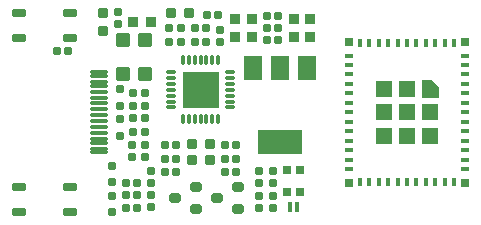
<source format=gtp>
G04*
G04 #@! TF.GenerationSoftware,Altium Limited,Altium Designer,19.1.5 (86)*
G04*
G04 Layer_Color=8421504*
%FSLAX25Y25*%
%MOIN*%
G70*
G01*
G75*
%ADD17R,0.01575X0.03150*%
%ADD18R,0.03150X0.01575*%
%ADD19R,0.05709X0.05709*%
%ADD20R,0.02756X0.02756*%
G04:AMPARAMS|DCode=21|XSize=16mil|YSize=35mil|CornerRadius=2.4mil|HoleSize=0mil|Usage=FLASHONLY|Rotation=180.000|XOffset=0mil|YOffset=0mil|HoleType=Round|Shape=RoundedRectangle|*
%AMROUNDEDRECTD21*
21,1,0.01600,0.03020,0,0,180.0*
21,1,0.01120,0.03500,0,0,180.0*
1,1,0.00480,-0.00560,0.01510*
1,1,0.00480,0.00560,0.01510*
1,1,0.00480,0.00560,-0.01510*
1,1,0.00480,-0.00560,-0.01510*
%
%ADD21ROUNDEDRECTD21*%
%ADD22O,0.03937X0.01181*%
%ADD23O,0.01181X0.03937*%
%ADD24R,0.12402X0.12402*%
G04:AMPARAMS|DCode=25|XSize=31.58mil|YSize=38.27mil|CornerRadius=7.89mil|HoleSize=0mil|Usage=FLASHONLY|Rotation=270.000|XOffset=0mil|YOffset=0mil|HoleType=Round|Shape=RoundedRectangle|*
%AMROUNDEDRECTD25*
21,1,0.03158,0.02248,0,0,270.0*
21,1,0.01579,0.03827,0,0,270.0*
1,1,0.01579,-0.01124,-0.00789*
1,1,0.01579,-0.01124,0.00789*
1,1,0.01579,0.01124,0.00789*
1,1,0.01579,0.01124,-0.00789*
%
%ADD25ROUNDEDRECTD25*%
G04:AMPARAMS|DCode=26|XSize=23.62mil|YSize=23.62mil|CornerRadius=2.36mil|HoleSize=0mil|Usage=FLASHONLY|Rotation=180.000|XOffset=0mil|YOffset=0mil|HoleType=Round|Shape=RoundedRectangle|*
%AMROUNDEDRECTD26*
21,1,0.02362,0.01890,0,0,180.0*
21,1,0.01890,0.02362,0,0,180.0*
1,1,0.00472,-0.00945,0.00945*
1,1,0.00472,0.00945,0.00945*
1,1,0.00472,0.00945,-0.00945*
1,1,0.00472,-0.00945,-0.00945*
%
%ADD26ROUNDEDRECTD26*%
G04:AMPARAMS|DCode=27|XSize=23.62mil|YSize=23.62mil|CornerRadius=2.36mil|HoleSize=0mil|Usage=FLASHONLY|Rotation=90.000|XOffset=0mil|YOffset=0mil|HoleType=Round|Shape=RoundedRectangle|*
%AMROUNDEDRECTD27*
21,1,0.02362,0.01890,0,0,90.0*
21,1,0.01890,0.02362,0,0,90.0*
1,1,0.00472,0.00945,0.00945*
1,1,0.00472,0.00945,-0.00945*
1,1,0.00472,-0.00945,-0.00945*
1,1,0.00472,-0.00945,0.00945*
%
%ADD27ROUNDEDRECTD27*%
G04:AMPARAMS|DCode=28|XSize=23.62mil|YSize=27.56mil|CornerRadius=2.95mil|HoleSize=0mil|Usage=FLASHONLY|Rotation=270.000|XOffset=0mil|YOffset=0mil|HoleType=Round|Shape=RoundedRectangle|*
%AMROUNDEDRECTD28*
21,1,0.02362,0.02165,0,0,270.0*
21,1,0.01772,0.02756,0,0,270.0*
1,1,0.00591,-0.01083,-0.00886*
1,1,0.00591,-0.01083,0.00886*
1,1,0.00591,0.01083,0.00886*
1,1,0.00591,0.01083,-0.00886*
%
%ADD28ROUNDEDRECTD28*%
G04:AMPARAMS|DCode=29|XSize=57.09mil|YSize=11.81mil|CornerRadius=2.95mil|HoleSize=0mil|Usage=FLASHONLY|Rotation=0.000|XOffset=0mil|YOffset=0mil|HoleType=Round|Shape=RoundedRectangle|*
%AMROUNDEDRECTD29*
21,1,0.05709,0.00591,0,0,0.0*
21,1,0.05118,0.01181,0,0,0.0*
1,1,0.00591,0.02559,-0.00295*
1,1,0.00591,-0.02559,-0.00295*
1,1,0.00591,-0.02559,0.00295*
1,1,0.00591,0.02559,0.00295*
%
%ADD29ROUNDEDRECTD29*%
G04:AMPARAMS|DCode=30|XSize=47.24mil|YSize=47.24mil|CornerRadius=5.91mil|HoleSize=0mil|Usage=FLASHONLY|Rotation=90.000|XOffset=0mil|YOffset=0mil|HoleType=Round|Shape=RoundedRectangle|*
%AMROUNDEDRECTD30*
21,1,0.04724,0.03543,0,0,90.0*
21,1,0.03543,0.04724,0,0,90.0*
1,1,0.01181,0.01772,0.01772*
1,1,0.01181,0.01772,-0.01772*
1,1,0.01181,-0.01772,-0.01772*
1,1,0.01181,-0.01772,0.01772*
%
%ADD30ROUNDEDRECTD30*%
G04:AMPARAMS|DCode=31|XSize=47.24mil|YSize=47.24mil|CornerRadius=5.91mil|HoleSize=0mil|Usage=FLASHONLY|Rotation=180.000|XOffset=0mil|YOffset=0mil|HoleType=Round|Shape=RoundedRectangle|*
%AMROUNDEDRECTD31*
21,1,0.04724,0.03543,0,0,180.0*
21,1,0.03543,0.04724,0,0,180.0*
1,1,0.01181,-0.01772,0.01772*
1,1,0.01181,0.01772,0.01772*
1,1,0.01181,0.01772,-0.01772*
1,1,0.01181,-0.01772,-0.01772*
%
%ADD31ROUNDEDRECTD31*%
G04:AMPARAMS|DCode=32|XSize=31.5mil|YSize=31.5mil|CornerRadius=3.15mil|HoleSize=0mil|Usage=FLASHONLY|Rotation=0.000|XOffset=0mil|YOffset=0mil|HoleType=Round|Shape=RoundedRectangle|*
%AMROUNDEDRECTD32*
21,1,0.03150,0.02520,0,0,0.0*
21,1,0.02520,0.03150,0,0,0.0*
1,1,0.00630,0.01260,-0.01260*
1,1,0.00630,-0.01260,-0.01260*
1,1,0.00630,-0.01260,0.01260*
1,1,0.00630,0.01260,0.01260*
%
%ADD32ROUNDEDRECTD32*%
G04:AMPARAMS|DCode=33|XSize=35mil|YSize=35mil|CornerRadius=3.5mil|HoleSize=0mil|Usage=FLASHONLY|Rotation=270.000|XOffset=0mil|YOffset=0mil|HoleType=Round|Shape=RoundedRectangle|*
%AMROUNDEDRECTD33*
21,1,0.03500,0.02800,0,0,270.0*
21,1,0.02800,0.03500,0,0,270.0*
1,1,0.00700,-0.01400,-0.01400*
1,1,0.00700,-0.01400,0.01400*
1,1,0.00700,0.01400,0.01400*
1,1,0.00700,0.01400,-0.01400*
%
%ADD33ROUNDEDRECTD33*%
%ADD34R,0.05906X0.07874*%
%ADD35R,0.14961X0.07874*%
G04:AMPARAMS|DCode=36|XSize=35mil|YSize=35mil|CornerRadius=4.38mil|HoleSize=0mil|Usage=FLASHONLY|Rotation=180.000|XOffset=0mil|YOffset=0mil|HoleType=Round|Shape=RoundedRectangle|*
%AMROUNDEDRECTD36*
21,1,0.03500,0.02625,0,0,180.0*
21,1,0.02625,0.03500,0,0,180.0*
1,1,0.00875,-0.01313,0.01313*
1,1,0.00875,0.01313,0.01313*
1,1,0.00875,0.01313,-0.01313*
1,1,0.00875,-0.01313,-0.01313*
%
%ADD36ROUNDEDRECTD36*%
G04:AMPARAMS|DCode=37|XSize=31.5mil|YSize=31.5mil|CornerRadius=3.15mil|HoleSize=0mil|Usage=FLASHONLY|Rotation=90.000|XOffset=0mil|YOffset=0mil|HoleType=Round|Shape=RoundedRectangle|*
%AMROUNDEDRECTD37*
21,1,0.03150,0.02520,0,0,90.0*
21,1,0.02520,0.03150,0,0,90.0*
1,1,0.00630,0.01260,0.01260*
1,1,0.00630,0.01260,-0.01260*
1,1,0.00630,-0.01260,-0.01260*
1,1,0.00630,-0.01260,0.01260*
%
%ADD37ROUNDEDRECTD37*%
G04:AMPARAMS|DCode=38|XSize=25.59mil|YSize=47.24mil|CornerRadius=3.2mil|HoleSize=0mil|Usage=FLASHONLY|Rotation=90.000|XOffset=0mil|YOffset=0mil|HoleType=Round|Shape=RoundedRectangle|*
%AMROUNDEDRECTD38*
21,1,0.02559,0.04085,0,0,90.0*
21,1,0.01919,0.04724,0,0,90.0*
1,1,0.00640,0.02042,0.00960*
1,1,0.00640,0.02042,-0.00960*
1,1,0.00640,-0.02042,-0.00960*
1,1,0.00640,-0.02042,0.00960*
%
%ADD38ROUNDEDRECTD38*%
G04:AMPARAMS|DCode=39|XSize=27.56mil|YSize=27.56mil|CornerRadius=4.13mil|HoleSize=0mil|Usage=FLASHONLY|Rotation=270.000|XOffset=0mil|YOffset=0mil|HoleType=Round|Shape=RoundedRectangle|*
%AMROUNDEDRECTD39*
21,1,0.02756,0.01929,0,0,270.0*
21,1,0.01929,0.02756,0,0,270.0*
1,1,0.00827,-0.00965,-0.00965*
1,1,0.00827,-0.00965,0.00965*
1,1,0.00827,0.00965,0.00965*
1,1,0.00827,0.00965,-0.00965*
%
%ADD39ROUNDEDRECTD39*%
G36*
X137756Y4921D02*
Y10630D01*
X141102D01*
X143465Y8268D01*
Y4921D01*
X137756D01*
D02*
G37*
D17*
X148583Y23228D02*
D03*
X145433D02*
D03*
X142283D02*
D03*
X139134D02*
D03*
X135984D02*
D03*
X132835D02*
D03*
X129685D02*
D03*
X126535D02*
D03*
X123386D02*
D03*
X120236D02*
D03*
X117087D02*
D03*
Y-23228D02*
D03*
X120236D02*
D03*
X123386D02*
D03*
X126535D02*
D03*
X129685D02*
D03*
X132835D02*
D03*
X135984D02*
D03*
X139134D02*
D03*
X142283D02*
D03*
X145433D02*
D03*
X148583D02*
D03*
D18*
X113543Y18898D02*
D03*
Y15748D02*
D03*
Y12598D02*
D03*
Y9449D02*
D03*
Y6299D02*
D03*
Y3150D02*
D03*
Y0D02*
D03*
Y-3150D02*
D03*
Y-6299D02*
D03*
Y-9449D02*
D03*
Y-12598D02*
D03*
Y-15748D02*
D03*
Y-18898D02*
D03*
X152126D02*
D03*
Y-15748D02*
D03*
Y-12598D02*
D03*
Y-9449D02*
D03*
Y-6299D02*
D03*
Y-3150D02*
D03*
Y0D02*
D03*
Y3150D02*
D03*
Y6299D02*
D03*
Y9449D02*
D03*
Y12598D02*
D03*
Y15748D02*
D03*
Y18898D02*
D03*
D19*
X132835Y0D02*
D03*
X140610Y-7776D02*
D03*
Y0D02*
D03*
X132835Y7776D02*
D03*
X125059D02*
D03*
Y0D02*
D03*
Y-7776D02*
D03*
X132835D02*
D03*
D20*
X152323Y23425D02*
D03*
X113347D02*
D03*
Y-23425D02*
D03*
X152323D02*
D03*
D21*
X93700Y-31500D02*
D03*
X96300D02*
D03*
D22*
X73843Y1595D02*
D03*
Y3563D02*
D03*
Y5531D02*
D03*
Y7500D02*
D03*
Y9469D02*
D03*
Y11437D02*
D03*
Y13406D02*
D03*
X54158D02*
D03*
Y11437D02*
D03*
Y9469D02*
D03*
Y7500D02*
D03*
Y5531D02*
D03*
Y3563D02*
D03*
Y1595D02*
D03*
D23*
X69906Y17343D02*
D03*
X67937D02*
D03*
X65969D02*
D03*
X64000D02*
D03*
X62032D02*
D03*
X60063D02*
D03*
X58095D02*
D03*
Y-2342D02*
D03*
X60063D02*
D03*
X62032D02*
D03*
X64000D02*
D03*
X65969D02*
D03*
X67937D02*
D03*
X69906D02*
D03*
D24*
X64000Y7500D02*
D03*
D25*
X62484Y-32240D02*
D03*
Y-24760D02*
D03*
X55516Y-28500D02*
D03*
X76484Y-32240D02*
D03*
Y-24760D02*
D03*
X69516Y-28500D02*
D03*
D26*
X55968Y-20000D02*
D03*
X52031D02*
D03*
X75968D02*
D03*
X72031D02*
D03*
X42968Y-27500D02*
D03*
Y-23500D02*
D03*
X45469Y-2000D02*
D03*
Y2000D02*
D03*
X41532Y-2000D02*
D03*
Y2000D02*
D03*
Y6500D02*
D03*
X45469D02*
D03*
X53531Y28000D02*
D03*
X57468D02*
D03*
X55968Y-11000D02*
D03*
X52031D02*
D03*
X55968Y-15500D02*
D03*
X52031D02*
D03*
X86032Y32000D02*
D03*
X89969D02*
D03*
Y24000D02*
D03*
X86032D02*
D03*
Y28000D02*
D03*
X89969D02*
D03*
X19969Y20500D02*
D03*
X16032D02*
D03*
X42968Y-32000D02*
D03*
X39031D02*
D03*
X62032Y23500D02*
D03*
X65969D02*
D03*
X41532Y-6500D02*
D03*
X45469D02*
D03*
X39031Y-27500D02*
D03*
Y-23500D02*
D03*
X75968Y-11000D02*
D03*
X72031D02*
D03*
X75968Y-15500D02*
D03*
X72031D02*
D03*
X53531Y23500D02*
D03*
X57468D02*
D03*
X69968Y32500D02*
D03*
X66031D02*
D03*
X62032Y28000D02*
D03*
X65969D02*
D03*
D27*
X47500Y-27531D02*
D03*
Y-23469D02*
D03*
X45500Y-14968D02*
D03*
Y-11032D02*
D03*
X83500Y-31969D02*
D03*
Y-28032D02*
D03*
X47500Y-31468D02*
D03*
Y-19532D02*
D03*
X41000Y-14968D02*
D03*
Y-11032D02*
D03*
X83500Y-23469D02*
D03*
Y-19532D02*
D03*
X88000Y-23469D02*
D03*
Y-19532D02*
D03*
X36500Y29531D02*
D03*
Y33468D02*
D03*
X70500Y27468D02*
D03*
Y23531D02*
D03*
X88000Y-31969D02*
D03*
Y-28032D02*
D03*
D28*
X37000Y7756D02*
D03*
Y2244D02*
D03*
X34500Y-33256D02*
D03*
Y-27744D02*
D03*
Y-17744D02*
D03*
Y-23256D02*
D03*
X37000Y-7756D02*
D03*
Y-2244D02*
D03*
D29*
X30295Y-984D02*
D03*
Y984D02*
D03*
Y13287D02*
D03*
Y12106D02*
D03*
Y10089D02*
D03*
Y8907D02*
D03*
Y6890D02*
D03*
Y4921D02*
D03*
Y2953D02*
D03*
Y-2953D02*
D03*
Y-4921D02*
D03*
Y-6890D02*
D03*
Y-8907D02*
D03*
Y-10089D02*
D03*
Y-12106D02*
D03*
Y-13287D02*
D03*
D30*
X45500Y12870D02*
D03*
X38000Y24130D02*
D03*
D31*
X45500D02*
D03*
X38000Y12870D02*
D03*
D32*
X60000Y33000D02*
D03*
X54000D02*
D03*
X67000Y-10500D02*
D03*
X61000D02*
D03*
X67000Y-16000D02*
D03*
X61000D02*
D03*
D33*
X75500Y31000D02*
D03*
Y25000D02*
D03*
X95000Y31000D02*
D03*
Y25000D02*
D03*
X81000Y31000D02*
D03*
Y25000D02*
D03*
X100500Y31000D02*
D03*
Y25000D02*
D03*
D34*
X99555Y14902D02*
D03*
X90500D02*
D03*
X81445D02*
D03*
D35*
X90500Y-9902D02*
D03*
D36*
X47500Y30000D02*
D03*
X41500D02*
D03*
D37*
X31500Y33000D02*
D03*
Y27000D02*
D03*
D38*
X20465Y24768D02*
D03*
X3535D02*
D03*
X20465Y33232D02*
D03*
X3535D02*
D03*
X20465Y-33232D02*
D03*
X3535D02*
D03*
X20465Y-24768D02*
D03*
X3535D02*
D03*
D39*
X92835Y-19398D02*
D03*
X97165D02*
D03*
Y-26602D02*
D03*
X92835D02*
D03*
M02*

</source>
